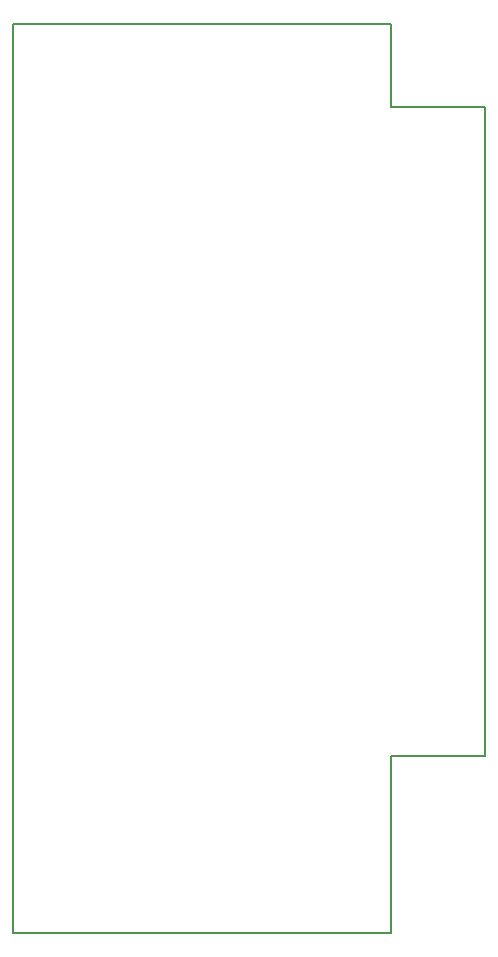
<source format=gbr>
G04 #@! TF.GenerationSoftware,KiCad,Pcbnew,(5.0.0)*
G04 #@! TF.CreationDate,2018-10-08T22:47:34+02:00*
G04 #@! TF.ProjectId,TrackModBusMaster_piggyback,547261636B4D6F644275734D61737465,rev?*
G04 #@! TF.SameCoordinates,Original*
G04 #@! TF.FileFunction,Profile,NP*
%FSLAX46Y46*%
G04 Gerber Fmt 4.6, Leading zero omitted, Abs format (unit mm)*
G04 Created by KiCad (PCBNEW (5.0.0)) date 10/08/18 22:47:34*
%MOMM*%
%LPD*%
G01*
G04 APERTURE LIST*
%ADD10C,0.150000*%
G04 APERTURE END LIST*
D10*
X137000000Y-49500000D02*
X137000000Y-42500000D01*
X145000000Y-49500000D02*
X137000000Y-49500000D01*
X145000000Y-104500000D02*
X145000000Y-49500000D01*
X137000000Y-104500000D02*
X137000000Y-119500000D01*
X145000000Y-104500000D02*
X137000000Y-104500000D01*
X137000000Y-42500000D02*
X105000000Y-42500000D01*
X105000000Y-119500000D02*
X137000000Y-119500000D01*
X105000000Y-42500000D02*
X105000000Y-119500000D01*
M02*

</source>
